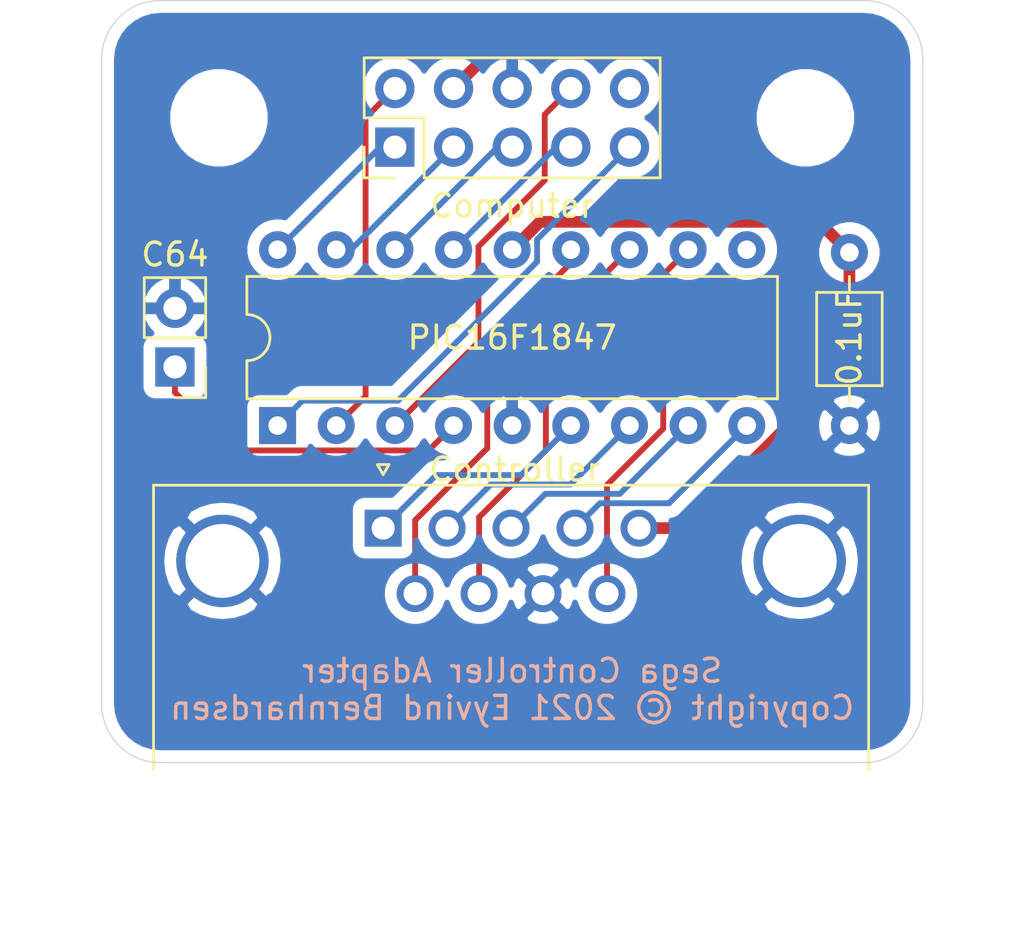
<source format=kicad_pcb>
(kicad_pcb (version 20171130) (host pcbnew "(5.1.9-0-10_14)")

  (general
    (thickness 1.6)
    (drawings 9)
    (tracks 68)
    (zones 0)
    (modules 7)
    (nets 20)
  )

  (page A4)
  (layers
    (0 F.Cu signal)
    (31 B.Cu signal hide)
    (36 B.SilkS user)
    (37 F.SilkS user)
    (38 B.Mask user)
    (39 F.Mask user)
    (41 Cmts.User user)
    (44 Edge.Cuts user)
    (45 Margin user)
    (46 B.CrtYd user)
    (47 F.CrtYd user)
    (49 F.Fab user)
  )

  (setup
    (last_trace_width 0.254)
    (user_trace_width 0.254)
    (user_trace_width 0.508)
    (trace_clearance 0.1524)
    (zone_clearance 0.508)
    (zone_45_only no)
    (trace_min 0.1524)
    (via_size 0.6858)
    (via_drill 0.3302)
    (via_min_size 0.508)
    (via_min_drill 0.254)
    (uvia_size 0.6858)
    (uvia_drill 0.3302)
    (uvias_allowed no)
    (uvia_min_size 0)
    (uvia_min_drill 0)
    (edge_width 0.05)
    (segment_width 0.2)
    (pcb_text_width 0.3)
    (pcb_text_size 1.5 1.5)
    (mod_edge_width 0.12)
    (mod_text_size 1 1)
    (mod_text_width 0.15)
    (pad_size 1.524 1.524)
    (pad_drill 0.762)
    (pad_to_mask_clearance 0.0508)
    (aux_axis_origin 0 0)
    (visible_elements FFFFFF7F)
    (pcbplotparams
      (layerselection 0x010fc_ffffffff)
      (usegerberextensions false)
      (usegerberattributes true)
      (usegerberadvancedattributes true)
      (creategerberjobfile true)
      (excludeedgelayer true)
      (linewidth 0.100000)
      (plotframeref false)
      (viasonmask false)
      (mode 1)
      (useauxorigin false)
      (hpglpennumber 1)
      (hpglpenspeed 20)
      (hpglpendiameter 15.000000)
      (psnegative false)
      (psa4output false)
      (plotreference true)
      (plotvalue true)
      (plotinvisibletext false)
      (padsonsilk false)
      (subtractmaskfromsilk false)
      (outputformat 1)
      (mirror false)
      (drillshape 1)
      (scaleselection 1)
      (outputdirectory ""))
  )

  (net 0 "")
  (net 1 "Net-(J1-Pad1)")
  (net 2 "Net-(J1-Pad2)")
  (net 3 "Net-(J1-Pad3)")
  (net 4 "Net-(J1-Pad4)")
  (net 5 "Net-(J1-Pad6)")
  (net 6 "Net-(J1-Pad7)")
  (net 7 "Net-(J1-Pad9)")
  (net 8 "Net-(J2-Pad1)")
  (net 9 "Net-(J2-Pad2)")
  (net 10 "Net-(J2-Pad3)")
  (net 11 "Net-(J2-Pad5)")
  (net 12 "Net-(J2-Pad9)")
  (net 13 "Net-(U1-Pad10)")
  (net 14 GND)
  (net 15 +5V)
  (net 16 "Net-(JP1-Pad1)")
  (net 17 "Net-(J2-Pad10)")
  (net 18 "Net-(J2-Pad8)")
  (net 19 "Net-(J2-Pad7)")

  (net_class Default "This is the default net class."
    (clearance 0.1524)
    (trace_width 0.1524)
    (via_dia 0.6858)
    (via_drill 0.3302)
    (uvia_dia 0.6858)
    (uvia_drill 0.3302)
    (add_net +5V)
    (add_net GND)
    (add_net "Net-(J1-Pad1)")
    (add_net "Net-(J1-Pad2)")
    (add_net "Net-(J1-Pad3)")
    (add_net "Net-(J1-Pad4)")
    (add_net "Net-(J1-Pad6)")
    (add_net "Net-(J1-Pad7)")
    (add_net "Net-(J1-Pad9)")
    (add_net "Net-(J2-Pad1)")
    (add_net "Net-(J2-Pad10)")
    (add_net "Net-(J2-Pad2)")
    (add_net "Net-(J2-Pad3)")
    (add_net "Net-(J2-Pad5)")
    (add_net "Net-(J2-Pad7)")
    (add_net "Net-(J2-Pad8)")
    (add_net "Net-(J2-Pad9)")
    (add_net "Net-(JP1-Pad1)")
    (add_net "Net-(U1-Pad10)")
  )

  (module MountingHole:MountingHole_3.2mm_M3 (layer F.Cu) (tedit 56D1B4CB) (tstamp 60E47CDE)
    (at 159.385 118.11)
    (descr "Mounting Hole 3.2mm, no annular, M3")
    (tags "mounting hole 3.2mm no annular m3")
    (attr virtual)
    (fp_text reference REF** (at 0 -4.2) (layer Cmts.User)
      (effects (font (size 1 1) (thickness 0.15)))
    )
    (fp_text value MountingHole_3.2mm_M3 (at 0 4.2) (layer F.Fab)
      (effects (font (size 1 1) (thickness 0.15)))
    )
    (fp_circle (center 0 0) (end 3.45 0) (layer F.CrtYd) (width 0.05))
    (fp_circle (center 0 0) (end 3.2 0) (layer Cmts.User) (width 0.15))
    (fp_text user %R (at 0.3 0) (layer F.Fab)
      (effects (font (size 1 1) (thickness 0.15)))
    )
    (pad 1 np_thru_hole circle (at 0 0) (size 3.2 3.2) (drill 3.2) (layers *.Cu *.Mask))
  )

  (module MountingHole:MountingHole_3.2mm_M3 (layer F.Cu) (tedit 56D1B4CB) (tstamp 60E47C9D)
    (at 133.985 118.11)
    (descr "Mounting Hole 3.2mm, no annular, M3")
    (tags "mounting hole 3.2mm no annular m3")
    (attr virtual)
    (fp_text reference REF** (at 0 -4.2) (layer Cmts.User)
      (effects (font (size 1 1) (thickness 0.15)))
    )
    (fp_text value MountingHole_3.2mm_M3 (at 0 4.2) (layer F.Fab)
      (effects (font (size 1 1) (thickness 0.15)))
    )
    (fp_circle (center 0 0) (end 3.2 0) (layer Cmts.User) (width 0.15))
    (fp_circle (center 0 0) (end 3.45 0) (layer F.CrtYd) (width 0.05))
    (fp_text user %R (at 0.3 0) (layer F.Fab)
      (effects (font (size 1 1) (thickness 0.15)))
    )
    (pad 1 np_thru_hole circle (at 0 0) (size 3.2 3.2) (drill 3.2) (layers *.Cu *.Mask))
  )

  (module Connector_PinHeader_2.54mm:PinHeader_2x05_P2.54mm_Vertical (layer F.Cu) (tedit 59FED5CC) (tstamp 60E46BE7)
    (at 141.605 119.38 90)
    (descr "Through hole straight pin header, 2x05, 2.54mm pitch, double rows")
    (tags "Through hole pin header THT 2x05 2.54mm double row")
    (path /60E5DF62)
    (fp_text reference J2 (at 1.27 -2.33 90) (layer Cmts.User)
      (effects (font (size 1 1) (thickness 0.15)))
    )
    (fp_text value Computer (at -2.54 5.08 180) (layer F.SilkS)
      (effects (font (size 1 1) (thickness 0.15)))
    )
    (fp_line (start 4.35 -1.8) (end -1.8 -1.8) (layer F.CrtYd) (width 0.05))
    (fp_line (start 4.35 11.95) (end 4.35 -1.8) (layer F.CrtYd) (width 0.05))
    (fp_line (start -1.8 11.95) (end 4.35 11.95) (layer F.CrtYd) (width 0.05))
    (fp_line (start -1.8 -1.8) (end -1.8 11.95) (layer F.CrtYd) (width 0.05))
    (fp_line (start -1.33 -1.33) (end 0 -1.33) (layer F.SilkS) (width 0.12))
    (fp_line (start -1.33 0) (end -1.33 -1.33) (layer F.SilkS) (width 0.12))
    (fp_line (start 1.27 -1.33) (end 3.87 -1.33) (layer F.SilkS) (width 0.12))
    (fp_line (start 1.27 1.27) (end 1.27 -1.33) (layer F.SilkS) (width 0.12))
    (fp_line (start -1.33 1.27) (end 1.27 1.27) (layer F.SilkS) (width 0.12))
    (fp_line (start 3.87 -1.33) (end 3.87 11.49) (layer F.SilkS) (width 0.12))
    (fp_line (start -1.33 1.27) (end -1.33 11.49) (layer F.SilkS) (width 0.12))
    (fp_line (start -1.33 11.49) (end 3.87 11.49) (layer F.SilkS) (width 0.12))
    (fp_line (start -1.27 0) (end 0 -1.27) (layer F.Fab) (width 0.1))
    (fp_line (start -1.27 11.43) (end -1.27 0) (layer F.Fab) (width 0.1))
    (fp_line (start 3.81 11.43) (end -1.27 11.43) (layer F.Fab) (width 0.1))
    (fp_line (start 3.81 -1.27) (end 3.81 11.43) (layer F.Fab) (width 0.1))
    (fp_line (start 0 -1.27) (end 3.81 -1.27) (layer F.Fab) (width 0.1))
    (fp_text user %R (at 1.27 5.08) (layer F.Fab)
      (effects (font (size 1 1) (thickness 0.15)))
    )
    (pad 10 thru_hole oval (at 2.54 10.16 90) (size 1.7 1.7) (drill 1) (layers *.Cu *.Mask)
      (net 17 "Net-(J2-Pad10)"))
    (pad 9 thru_hole oval (at 0 10.16 90) (size 1.7 1.7) (drill 1) (layers *.Cu *.Mask)
      (net 12 "Net-(J2-Pad9)"))
    (pad 8 thru_hole oval (at 2.54 7.62 90) (size 1.7 1.7) (drill 1) (layers *.Cu *.Mask)
      (net 18 "Net-(J2-Pad8)"))
    (pad 7 thru_hole oval (at 0 7.62 90) (size 1.7 1.7) (drill 1) (layers *.Cu *.Mask)
      (net 19 "Net-(J2-Pad7)"))
    (pad 6 thru_hole oval (at 2.54 5.08 90) (size 1.7 1.7) (drill 1) (layers *.Cu *.Mask)
      (net 14 GND))
    (pad 5 thru_hole oval (at 0 5.08 90) (size 1.7 1.7) (drill 1) (layers *.Cu *.Mask)
      (net 11 "Net-(J2-Pad5)"))
    (pad 4 thru_hole oval (at 2.54 2.54 90) (size 1.7 1.7) (drill 1) (layers *.Cu *.Mask)
      (net 15 +5V))
    (pad 3 thru_hole oval (at 0 2.54 90) (size 1.7 1.7) (drill 1) (layers *.Cu *.Mask)
      (net 10 "Net-(J2-Pad3)"))
    (pad 2 thru_hole oval (at 2.54 0 90) (size 1.7 1.7) (drill 1) (layers *.Cu *.Mask)
      (net 9 "Net-(J2-Pad2)"))
    (pad 1 thru_hole rect (at 0 0 90) (size 1.7 1.7) (drill 1) (layers *.Cu *.Mask)
      (net 8 "Net-(J2-Pad1)"))
    (model ${KISYS3DMOD}/Connector_PinHeader_2.54mm.3dshapes/PinHeader_2x05_P2.54mm_Vertical.wrl
      (at (xyz 0 0 0))
      (scale (xyz 1 1 1))
      (rotate (xyz 0 0 0))
    )
  )

  (module Connector_PinHeader_2.54mm:PinHeader_1x02_P2.54mm_Vertical (layer F.Cu) (tedit 59FED5CC) (tstamp 604FFCD7)
    (at 132.08 128.905 180)
    (descr "Through hole straight pin header, 1x02, 2.54mm pitch, single row")
    (tags "Through hole pin header THT 1x02 2.54mm single row")
    (path /60502D56)
    (fp_text reference JP1 (at 0 -2.33) (layer Cmts.User)
      (effects (font (size 1 1) (thickness 0.15)))
    )
    (fp_text value C64 (at 0 4.87) (layer F.SilkS)
      (effects (font (size 1 1) (thickness 0.15)))
    )
    (fp_line (start 1.8 -1.8) (end -1.8 -1.8) (layer F.CrtYd) (width 0.05))
    (fp_line (start 1.8 4.35) (end 1.8 -1.8) (layer F.CrtYd) (width 0.05))
    (fp_line (start -1.8 4.35) (end 1.8 4.35) (layer F.CrtYd) (width 0.05))
    (fp_line (start -1.8 -1.8) (end -1.8 4.35) (layer F.CrtYd) (width 0.05))
    (fp_line (start -1.33 -1.33) (end 0 -1.33) (layer F.SilkS) (width 0.12))
    (fp_line (start -1.33 0) (end -1.33 -1.33) (layer F.SilkS) (width 0.12))
    (fp_line (start -1.33 1.27) (end 1.33 1.27) (layer F.SilkS) (width 0.12))
    (fp_line (start 1.33 1.27) (end 1.33 3.87) (layer F.SilkS) (width 0.12))
    (fp_line (start -1.33 1.27) (end -1.33 3.87) (layer F.SilkS) (width 0.12))
    (fp_line (start -1.33 3.87) (end 1.33 3.87) (layer F.SilkS) (width 0.12))
    (fp_line (start -1.27 -0.635) (end -0.635 -1.27) (layer F.Fab) (width 0.1))
    (fp_line (start -1.27 3.81) (end -1.27 -0.635) (layer F.Fab) (width 0.1))
    (fp_line (start 1.27 3.81) (end -1.27 3.81) (layer F.Fab) (width 0.1))
    (fp_line (start 1.27 -1.27) (end 1.27 3.81) (layer F.Fab) (width 0.1))
    (fp_line (start -0.635 -1.27) (end 1.27 -1.27) (layer F.Fab) (width 0.1))
    (fp_text user %R (at 0 1.27 90) (layer F.Fab)
      (effects (font (size 1 1) (thickness 0.15)))
    )
    (pad 1 thru_hole rect (at 0 0 180) (size 1.7 1.7) (drill 1) (layers *.Cu *.Mask)
      (net 16 "Net-(JP1-Pad1)"))
    (pad 2 thru_hole oval (at 0 2.54 180) (size 1.7 1.7) (drill 1) (layers *.Cu *.Mask)
      (net 14 GND))
    (model ${KISYS3DMOD}/Connector_PinHeader_2.54mm.3dshapes/PinHeader_1x02_P2.54mm_Vertical.wrl
      (at (xyz 0 0 0))
      (scale (xyz 1 1 1))
      (rotate (xyz 0 0 0))
    )
  )

  (module Package_DIP:DIP-18_W7.62mm (layer F.Cu) (tedit 5A02E8C5) (tstamp 601EC46C)
    (at 136.525 131.445 90)
    (descr "18-lead though-hole mounted DIP package, row spacing 7.62 mm (300 mils)")
    (tags "THT DIP DIL PDIP 2.54mm 7.62mm 300mil")
    (path /601EB7C3)
    (fp_text reference U1 (at 3.81 -2.33 90) (layer Cmts.User)
      (effects (font (size 1 1) (thickness 0.15)))
    )
    (fp_text value PIC16F1847 (at 3.81 10.16 180) (layer F.SilkS)
      (effects (font (size 1 1) (thickness 0.15)))
    )
    (fp_line (start 8.7 -1.55) (end -1.1 -1.55) (layer F.CrtYd) (width 0.05))
    (fp_line (start 8.7 21.85) (end 8.7 -1.55) (layer F.CrtYd) (width 0.05))
    (fp_line (start -1.1 21.85) (end 8.7 21.85) (layer F.CrtYd) (width 0.05))
    (fp_line (start -1.1 -1.55) (end -1.1 21.85) (layer F.CrtYd) (width 0.05))
    (fp_line (start 6.46 -1.33) (end 4.81 -1.33) (layer F.SilkS) (width 0.12))
    (fp_line (start 6.46 21.65) (end 6.46 -1.33) (layer F.SilkS) (width 0.12))
    (fp_line (start 1.16 21.65) (end 6.46 21.65) (layer F.SilkS) (width 0.12))
    (fp_line (start 1.16 -1.33) (end 1.16 21.65) (layer F.SilkS) (width 0.12))
    (fp_line (start 2.81 -1.33) (end 1.16 -1.33) (layer F.SilkS) (width 0.12))
    (fp_line (start 0.635 -0.27) (end 1.635 -1.27) (layer F.Fab) (width 0.1))
    (fp_line (start 0.635 21.59) (end 0.635 -0.27) (layer F.Fab) (width 0.1))
    (fp_line (start 6.985 21.59) (end 0.635 21.59) (layer F.Fab) (width 0.1))
    (fp_line (start 6.985 -1.27) (end 6.985 21.59) (layer F.Fab) (width 0.1))
    (fp_line (start 1.635 -1.27) (end 6.985 -1.27) (layer F.Fab) (width 0.1))
    (fp_arc (start 3.81 -1.33) (end 2.81 -1.33) (angle -180) (layer F.SilkS) (width 0.12))
    (fp_text user %R (at 3.81 20.32 90) (layer F.Fab)
      (effects (font (size 1 1) (thickness 0.15)))
    )
    (pad 1 thru_hole rect (at 0 0 90) (size 1.6 1.6) (drill 0.8) (layers *.Cu *.Mask)
      (net 12 "Net-(J2-Pad9)"))
    (pad 10 thru_hole oval (at 7.62 20.32 90) (size 1.6 1.6) (drill 0.8) (layers *.Cu *.Mask)
      (net 13 "Net-(U1-Pad10)"))
    (pad 2 thru_hole oval (at 0 2.54 90) (size 1.6 1.6) (drill 0.8) (layers *.Cu *.Mask)
      (net 9 "Net-(J2-Pad2)"))
    (pad 11 thru_hole oval (at 7.62 17.78 90) (size 1.6 1.6) (drill 0.8) (layers *.Cu *.Mask)
      (net 7 "Net-(J1-Pad9)"))
    (pad 3 thru_hole oval (at 0 5.08 90) (size 1.6 1.6) (drill 0.8) (layers *.Cu *.Mask)
      (net 18 "Net-(J2-Pad8)"))
    (pad 12 thru_hole oval (at 7.62 15.24 90) (size 1.6 1.6) (drill 0.8) (layers *.Cu *.Mask)
      (net 6 "Net-(J1-Pad7)"))
    (pad 4 thru_hole oval (at 0 7.62 90) (size 1.6 1.6) (drill 0.8) (layers *.Cu *.Mask)
      (net 16 "Net-(JP1-Pad1)"))
    (pad 13 thru_hole oval (at 7.62 12.7 90) (size 1.6 1.6) (drill 0.8) (layers *.Cu *.Mask)
      (net 5 "Net-(J1-Pad6)"))
    (pad 5 thru_hole oval (at 0 10.16 90) (size 1.6 1.6) (drill 0.8) (layers *.Cu *.Mask)
      (net 14 GND))
    (pad 14 thru_hole oval (at 7.62 10.16 90) (size 1.6 1.6) (drill 0.8) (layers *.Cu *.Mask)
      (net 15 +5V))
    (pad 6 thru_hole oval (at 0 12.7 90) (size 1.6 1.6) (drill 0.8) (layers *.Cu *.Mask)
      (net 1 "Net-(J1-Pad1)"))
    (pad 15 thru_hole oval (at 7.62 7.62 90) (size 1.6 1.6) (drill 0.8) (layers *.Cu *.Mask)
      (net 19 "Net-(J2-Pad7)"))
    (pad 7 thru_hole oval (at 0 15.24 90) (size 1.6 1.6) (drill 0.8) (layers *.Cu *.Mask)
      (net 2 "Net-(J1-Pad2)"))
    (pad 16 thru_hole oval (at 7.62 5.08 90) (size 1.6 1.6) (drill 0.8) (layers *.Cu *.Mask)
      (net 11 "Net-(J2-Pad5)"))
    (pad 8 thru_hole oval (at 0 17.78 90) (size 1.6 1.6) (drill 0.8) (layers *.Cu *.Mask)
      (net 3 "Net-(J1-Pad3)"))
    (pad 17 thru_hole oval (at 7.62 2.54 90) (size 1.6 1.6) (drill 0.8) (layers *.Cu *.Mask)
      (net 10 "Net-(J2-Pad3)"))
    (pad 9 thru_hole oval (at 0 20.32 90) (size 1.6 1.6) (drill 0.8) (layers *.Cu *.Mask)
      (net 4 "Net-(J1-Pad4)"))
    (pad 18 thru_hole oval (at 7.62 0 90) (size 1.6 1.6) (drill 0.8) (layers *.Cu *.Mask)
      (net 8 "Net-(J2-Pad1)"))
    (model ${KISYS3DMOD}/Package_DIP.3dshapes/DIP-18_W7.62mm.wrl
      (at (xyz 0 0 0))
      (scale (xyz 1 1 1))
      (rotate (xyz 0 0 0))
    )
  )

  (module Connector_Dsub:DSUB-9_Male_Horizontal_P2.77x2.84mm_EdgePinOffset7.70mm_Housed_MountingHolesOffset9.12mm (layer F.Cu) (tedit 59FEDEE2) (tstamp 601EC3D9)
    (at 141.097 135.89)
    (descr "9-pin D-Sub connector, horizontal/angled (90 deg), THT-mount, male, pitch 2.77x2.84mm, pin-PCB-offset 7.699999999999999mm, distance of mounting holes 25mm, distance of mounting holes to PCB edge 9.12mm, see https://disti-assets.s3.amazonaws.com/tonar/files/datasheets/16730.pdf")
    (tags "9-pin D-Sub connector horizontal angled 90deg THT male pitch 2.77x2.84mm pin-PCB-offset 7.699999999999999mm mounting-holes-distance 25mm mounting-hole-offset 25mm")
    (path /601EDA30)
    (fp_text reference J1 (at 5.54 -2.8) (layer Cmts.User)
      (effects (font (size 1 1) (thickness 0.15)))
    )
    (fp_text value Controller (at 5.715 -2.54) (layer F.SilkS)
      (effects (font (size 1 1) (thickness 0.15)))
    )
    (fp_line (start -9.885 -1.8) (end -9.885 10.54) (layer F.Fab) (width 0.1))
    (fp_line (start -9.885 10.54) (end 20.965 10.54) (layer F.Fab) (width 0.1))
    (fp_line (start 20.965 10.54) (end 20.965 -1.8) (layer F.Fab) (width 0.1))
    (fp_line (start 20.965 -1.8) (end -9.885 -1.8) (layer F.Fab) (width 0.1))
    (fp_line (start -9.885 10.54) (end -9.885 10.94) (layer F.Fab) (width 0.1))
    (fp_line (start -9.885 10.94) (end 20.965 10.94) (layer F.Fab) (width 0.1))
    (fp_line (start 20.965 10.94) (end 20.965 10.54) (layer F.Fab) (width 0.1))
    (fp_line (start 20.965 10.54) (end -9.885 10.54) (layer F.Fab) (width 0.1))
    (fp_line (start -2.61 10.94) (end -2.61 16.94) (layer F.Fab) (width 0.1))
    (fp_line (start -2.61 16.94) (end 13.69 16.94) (layer F.Fab) (width 0.1))
    (fp_line (start 13.69 16.94) (end 13.69 10.94) (layer F.Fab) (width 0.1))
    (fp_line (start 13.69 10.94) (end -2.61 10.94) (layer F.Fab) (width 0.1))
    (fp_line (start -9.46 10.94) (end -9.46 15.94) (layer F.Fab) (width 0.1))
    (fp_line (start -9.46 15.94) (end -4.46 15.94) (layer F.Fab) (width 0.1))
    (fp_line (start -4.46 15.94) (end -4.46 10.94) (layer F.Fab) (width 0.1))
    (fp_line (start -4.46 10.94) (end -9.46 10.94) (layer F.Fab) (width 0.1))
    (fp_line (start 15.54 10.94) (end 15.54 15.94) (layer F.Fab) (width 0.1))
    (fp_line (start 15.54 15.94) (end 20.54 15.94) (layer F.Fab) (width 0.1))
    (fp_line (start 20.54 15.94) (end 20.54 10.94) (layer F.Fab) (width 0.1))
    (fp_line (start 20.54 10.94) (end 15.54 10.94) (layer F.Fab) (width 0.1))
    (fp_line (start -8.56 10.54) (end -8.56 1.42) (layer F.Fab) (width 0.1))
    (fp_line (start -5.36 10.54) (end -5.36 1.42) (layer F.Fab) (width 0.1))
    (fp_line (start 16.44 10.54) (end 16.44 1.42) (layer F.Fab) (width 0.1))
    (fp_line (start 19.64 10.54) (end 19.64 1.42) (layer F.Fab) (width 0.1))
    (fp_line (start -9.945 10.48) (end -9.945 -1.86) (layer F.SilkS) (width 0.12))
    (fp_line (start -9.945 -1.86) (end 21.025 -1.86) (layer F.SilkS) (width 0.12))
    (fp_line (start 21.025 -1.86) (end 21.025 10.48) (layer F.SilkS) (width 0.12))
    (fp_line (start -0.25 -2.754338) (end 0.25 -2.754338) (layer F.SilkS) (width 0.12))
    (fp_line (start 0.25 -2.754338) (end 0 -2.321325) (layer F.SilkS) (width 0.12))
    (fp_line (start 0 -2.321325) (end -0.25 -2.754338) (layer F.SilkS) (width 0.12))
    (fp_line (start -10.4 -2.35) (end -10.4 17.45) (layer F.CrtYd) (width 0.05))
    (fp_line (start -10.4 17.45) (end 21.5 17.45) (layer F.CrtYd) (width 0.05))
    (fp_line (start 21.5 17.45) (end 21.5 -2.35) (layer F.CrtYd) (width 0.05))
    (fp_line (start 21.5 -2.35) (end -10.4 -2.35) (layer F.CrtYd) (width 0.05))
    (fp_arc (start -6.96 1.42) (end -8.56 1.42) (angle 180) (layer F.Fab) (width 0.1))
    (fp_arc (start 18.04 1.42) (end 16.44 1.42) (angle 180) (layer F.Fab) (width 0.1))
    (fp_text user %R (at 5.54 13.94) (layer F.Fab)
      (effects (font (size 1 1) (thickness 0.15)))
    )
    (pad 1 thru_hole rect (at 0 0) (size 1.6 1.6) (drill 1) (layers *.Cu *.Mask)
      (net 1 "Net-(J1-Pad1)"))
    (pad 2 thru_hole circle (at 2.77 0) (size 1.6 1.6) (drill 1) (layers *.Cu *.Mask)
      (net 2 "Net-(J1-Pad2)"))
    (pad 3 thru_hole circle (at 5.54 0) (size 1.6 1.6) (drill 1) (layers *.Cu *.Mask)
      (net 3 "Net-(J1-Pad3)"))
    (pad 4 thru_hole circle (at 8.31 0) (size 1.6 1.6) (drill 1) (layers *.Cu *.Mask)
      (net 4 "Net-(J1-Pad4)"))
    (pad 5 thru_hole circle (at 11.08 0) (size 1.6 1.6) (drill 1) (layers *.Cu *.Mask)
      (net 15 +5V))
    (pad 6 thru_hole circle (at 1.385 2.84) (size 1.6 1.6) (drill 1) (layers *.Cu *.Mask)
      (net 5 "Net-(J1-Pad6)"))
    (pad 7 thru_hole circle (at 4.155 2.84) (size 1.6 1.6) (drill 1) (layers *.Cu *.Mask)
      (net 6 "Net-(J1-Pad7)"))
    (pad 8 thru_hole circle (at 6.925 2.84) (size 1.6 1.6) (drill 1) (layers *.Cu *.Mask)
      (net 14 GND))
    (pad 9 thru_hole circle (at 9.695 2.84) (size 1.6 1.6) (drill 1) (layers *.Cu *.Mask)
      (net 7 "Net-(J1-Pad9)"))
    (pad 0 thru_hole circle (at -6.96 1.42) (size 4 4) (drill 3.2) (layers *.Cu *.Mask)
      (net 14 GND))
    (pad 0 thru_hole circle (at 18.04 1.42) (size 4 4) (drill 3.2) (layers *.Cu *.Mask)
      (net 14 GND))
    (model ${KISYS3DMOD}/Connector_Dsub.3dshapes/DSUB-9_Male_Horizontal_P2.77x2.84mm_EdgePinOffset7.70mm_Housed_MountingHolesOffset9.12mm.wrl
      (at (xyz 0 0 0))
      (scale (xyz 1 1 1))
      (rotate (xyz 0 0 0))
    )
  )

  (module Capacitor_THT:C_Axial_L3.8mm_D2.6mm_P7.50mm_Horizontal (layer F.Cu) (tedit 5AE50EF0) (tstamp 601ECBE7)
    (at 161.29 131.445 90)
    (descr "C, Axial series, Axial, Horizontal, pin pitch=7.5mm, , length*diameter=3.8*2.6mm^2, http://www.vishay.com/docs/45231/arseries.pdf")
    (tags "C Axial series Axial Horizontal pin pitch 7.5mm  length 3.8mm diameter 2.6mm")
    (path /601532C7)
    (fp_text reference C1 (at 3.75 -2.42 90) (layer Cmts.User)
      (effects (font (size 1 1) (thickness 0.15)))
    )
    (fp_text value 0.1uF (at 3.81 0 90) (layer F.SilkS)
      (effects (font (size 1 1) (thickness 0.15)))
    )
    (fp_line (start 8.55 -1.55) (end -1.05 -1.55) (layer F.CrtYd) (width 0.05))
    (fp_line (start 8.55 1.55) (end 8.55 -1.55) (layer F.CrtYd) (width 0.05))
    (fp_line (start -1.05 1.55) (end 8.55 1.55) (layer F.CrtYd) (width 0.05))
    (fp_line (start -1.05 -1.55) (end -1.05 1.55) (layer F.CrtYd) (width 0.05))
    (fp_line (start 6.46 0) (end 5.77 0) (layer F.SilkS) (width 0.12))
    (fp_line (start 1.04 0) (end 1.73 0) (layer F.SilkS) (width 0.12))
    (fp_line (start 5.77 -1.42) (end 1.73 -1.42) (layer F.SilkS) (width 0.12))
    (fp_line (start 5.77 1.42) (end 5.77 -1.42) (layer F.SilkS) (width 0.12))
    (fp_line (start 1.73 1.42) (end 5.77 1.42) (layer F.SilkS) (width 0.12))
    (fp_line (start 1.73 -1.42) (end 1.73 1.42) (layer F.SilkS) (width 0.12))
    (fp_line (start 7.5 0) (end 5.65 0) (layer F.Fab) (width 0.1))
    (fp_line (start 0 0) (end 1.85 0) (layer F.Fab) (width 0.1))
    (fp_line (start 5.65 -1.3) (end 1.85 -1.3) (layer F.Fab) (width 0.1))
    (fp_line (start 5.65 1.3) (end 5.65 -1.3) (layer F.Fab) (width 0.1))
    (fp_line (start 1.85 1.3) (end 5.65 1.3) (layer F.Fab) (width 0.1))
    (fp_line (start 1.85 -1.3) (end 1.85 1.3) (layer F.Fab) (width 0.1))
    (fp_text user %R (at 3.75 0) (layer F.Fab)
      (effects (font (size 0.76 0.76) (thickness 0.114)))
    )
    (pad 1 thru_hole circle (at 0 0 90) (size 1.6 1.6) (drill 0.8) (layers *.Cu *.Mask)
      (net 14 GND))
    (pad 2 thru_hole oval (at 7.5 0 90) (size 1.6 1.6) (drill 0.8) (layers *.Cu *.Mask)
      (net 15 +5V))
    (model ${KISYS3DMOD}/Capacitor_THT.3dshapes/C_Axial_L3.8mm_D2.6mm_P7.50mm_Horizontal.wrl
      (at (xyz 0 0 0))
      (scale (xyz 1 1 1))
      (rotate (xyz 0 0 0))
    )
  )

  (gr_text "Sega Controller Adapter\nCopyright © 2021 Eyvind Bernhardsen" (at 146.685 142.875) (layer B.SilkS)
    (effects (font (size 1 1) (thickness 0.15)) (justify mirror))
  )
  (gr_line (start 128.905 143.51) (end 128.905 115.57) (layer Edge.Cuts) (width 0.05) (tstamp 60E496B8))
  (gr_line (start 161.925 146.05) (end 131.445 146.05) (layer Edge.Cuts) (width 0.05) (tstamp 60E496B7))
  (gr_line (start 164.465 115.57) (end 164.465 143.51) (layer Edge.Cuts) (width 0.05) (tstamp 60E496B6))
  (gr_line (start 131.445 113.03) (end 161.925 113.03) (layer Edge.Cuts) (width 0.05) (tstamp 60E496B5))
  (gr_arc (start 131.445 143.51) (end 128.905 143.51) (angle -90) (layer Edge.Cuts) (width 0.05))
  (gr_arc (start 161.925 143.51) (end 161.925 146.05) (angle -90) (layer Edge.Cuts) (width 0.05))
  (gr_arc (start 161.925 115.57) (end 164.465 115.57) (angle -90) (layer Edge.Cuts) (width 0.05))
  (gr_arc (start 131.445 115.57) (end 131.445 113.03) (angle -90) (layer Edge.Cuts) (width 0.05))

  (segment (start 143.395631 133.591369) (end 141.097 135.89) (width 0.254) (layer B.Cu) (net 1))
  (segment (start 147.078631 133.591369) (end 143.395631 133.591369) (width 0.254) (layer B.Cu) (net 1))
  (segment (start 149.225 131.445) (end 147.078631 133.591369) (width 0.254) (layer B.Cu) (net 1))
  (segment (start 149.212221 133.997779) (end 145.759221 133.997779) (width 0.254) (layer B.Cu) (net 2))
  (segment (start 145.759221 133.997779) (end 143.867 135.89) (width 0.254) (layer B.Cu) (net 2))
  (segment (start 151.765 131.445) (end 149.212221 133.997779) (width 0.254) (layer B.Cu) (net 2))
  (segment (start 148.122811 134.404189) (end 146.637 135.89) (width 0.254) (layer B.Cu) (net 3))
  (segment (start 151.345811 134.404189) (end 148.122811 134.404189) (width 0.254) (layer B.Cu) (net 3))
  (segment (start 154.305 131.445) (end 151.345811 134.404189) (width 0.254) (layer B.Cu) (net 3))
  (segment (start 150.486401 134.810599) (end 149.407 135.89) (width 0.254) (layer B.Cu) (net 4))
  (segment (start 153.479401 134.810599) (end 150.486401 134.810599) (width 0.254) (layer B.Cu) (net 4))
  (segment (start 156.845 131.445) (end 153.479401 134.810599) (width 0.254) (layer B.Cu) (net 4))
  (segment (start 149.225 124.39975) (end 149.225 123.825) (width 0.254) (layer F.Cu) (net 5))
  (segment (start 145.605599 128.019151) (end 149.225 124.39975) (width 0.254) (layer F.Cu) (net 5))
  (segment (start 145.605599 132.426887) (end 145.605599 128.019151) (width 0.254) (layer F.Cu) (net 5))
  (segment (start 142.482 135.550486) (end 142.482 138.73) (width 0.254) (layer F.Cu) (net 5))
  (segment (start 145.605599 132.426887) (end 142.482 135.550486) (width 0.254) (layer F.Cu) (net 5))
  (segment (start 145.252 135.418) (end 145.252 138.73) (width 0.254) (layer F.Cu) (net 6))
  (segment (start 148.145599 132.524401) (end 145.252 135.418) (width 0.254) (layer F.Cu) (net 6))
  (segment (start 148.145599 127.444401) (end 148.145599 132.524401) (width 0.254) (layer F.Cu) (net 6))
  (segment (start 151.765 123.825) (end 148.145599 127.444401) (width 0.254) (layer F.Cu) (net 6))
  (segment (start 153.225599 131.581915) (end 153.225599 124.904401) (width 0.254) (layer F.Cu) (net 7))
  (segment (start 153.225599 124.904401) (end 154.305 123.825) (width 0.254) (layer F.Cu) (net 7))
  (segment (start 151.097599 138.424401) (end 150.792 138.73) (width 0.254) (layer F.Cu) (net 7))
  (segment (start 150.792 134.015514) (end 153.225599 131.581915) (width 0.254) (layer F.Cu) (net 7))
  (segment (start 150.792 138.73) (end 150.792 134.015514) (width 0.254) (layer F.Cu) (net 7))
  (segment (start 140.97 119.38) (end 141.605 119.38) (width 0.254) (layer B.Cu) (net 8))
  (segment (start 136.525 123.825) (end 140.97 119.38) (width 0.254) (layer B.Cu) (net 8))
  (segment (start 140.335 118.11) (end 141.605 116.84) (width 0.254) (layer F.Cu) (net 9))
  (segment (start 140.335 130.175) (end 140.335 118.11) (width 0.254) (layer F.Cu) (net 9))
  (segment (start 139.065 131.445) (end 140.335 130.175) (width 0.254) (layer F.Cu) (net 9))
  (segment (start 143.51 119.38) (end 143.74 119.38) (width 0.254) (layer F.Cu) (net 10))
  (segment (start 139.295 123.825) (end 139.065 123.825) (width 0.254) (layer B.Cu) (net 10))
  (segment (start 143.5537 119.38) (end 144.145 119.38) (width 0.254) (layer B.Cu) (net 10))
  (segment (start 139.065 123.825) (end 139.1087 123.825) (width 0.254) (layer B.Cu) (net 10))
  (segment (start 139.7 123.825) (end 144.145 119.38) (width 0.254) (layer B.Cu) (net 10))
  (segment (start 139.065 123.825) (end 139.7 123.825) (width 0.254) (layer B.Cu) (net 10))
  (segment (start 146.05 119.38) (end 146.51 119.38) (width 0.254) (layer F.Cu) (net 11))
  (segment (start 142.065 123.825) (end 141.605 123.825) (width 0.254) (layer B.Cu) (net 11))
  (segment (start 146.05 119.38) (end 146.685 119.38) (width 0.254) (layer B.Cu) (net 11))
  (segment (start 141.605 123.825) (end 146.05 119.38) (width 0.254) (layer B.Cu) (net 11))
  (segment (start 147.764401 124.343113) (end 147.764401 123.380599) (width 0.254) (layer B.Cu) (net 12))
  (segment (start 141.741915 130.365599) (end 147.764401 124.343113) (width 0.254) (layer B.Cu) (net 12))
  (segment (start 137.604401 130.365599) (end 141.741915 130.365599) (width 0.254) (layer B.Cu) (net 12))
  (segment (start 136.525 131.445) (end 137.604401 130.365599) (width 0.254) (layer B.Cu) (net 12))
  (segment (start 147.764401 123.380599) (end 151.765 119.38) (width 0.254) (layer B.Cu) (net 12))
  (segment (start 161.29 128.785474) (end 161.29 123.945) (width 0.508) (layer F.Cu) (net 15))
  (segment (start 154.185474 135.89) (end 161.29 128.785474) (width 0.508) (layer F.Cu) (net 15))
  (segment (start 147.891401 122.618599) (end 146.685 123.825) (width 0.508) (layer F.Cu) (net 15))
  (segment (start 159.963599 122.618599) (end 147.891401 122.618599) (width 0.508) (layer F.Cu) (net 15))
  (segment (start 161.29 123.945) (end 159.963599 122.618599) (width 0.508) (layer F.Cu) (net 15))
  (segment (start 145.651401 115.333599) (end 144.145 116.84) (width 0.508) (layer F.Cu) (net 15))
  (segment (start 152.678599 115.333599) (end 145.651401 115.333599) (width 0.508) (layer F.Cu) (net 15))
  (segment (start 161.29 123.945) (end 152.678599 115.333599) (width 0.508) (layer F.Cu) (net 15))
  (segment (start 154.185474 135.89) (end 152.177 135.89) (width 0.508) (layer F.Cu) (net 15))
  (segment (start 132.08 130.009) (end 132.08 128.905) (width 0.254) (layer F.Cu) (net 16))
  (segment (start 134.595401 132.524401) (end 132.08 130.009) (width 0.254) (layer F.Cu) (net 16))
  (segment (start 143.065599 132.524401) (end 134.595401 132.524401) (width 0.254) (layer F.Cu) (net 16))
  (segment (start 144.145 131.445) (end 143.065599 132.524401) (width 0.254) (layer F.Cu) (net 16))
  (segment (start 145.224401 123.688085) (end 145.224401 127.825599) (width 0.254) (layer F.Cu) (net 18))
  (segment (start 145.224401 127.825599) (end 141.605 131.445) (width 0.254) (layer F.Cu) (net 18))
  (segment (start 148.095599 117.969401) (end 149.225 116.84) (width 0.254) (layer F.Cu) (net 18))
  (segment (start 148.095599 120.816887) (end 148.095599 117.969401) (width 0.254) (layer F.Cu) (net 18))
  (segment (start 145.224401 123.688085) (end 148.095599 120.816887) (width 0.254) (layer F.Cu) (net 18))
  (segment (start 148.59 119.38) (end 149.28 119.38) (width 0.254) (layer F.Cu) (net 19))
  (segment (start 144.835 123.825) (end 144.145 123.825) (width 0.254) (layer B.Cu) (net 19))
  (segment (start 148.59 119.38) (end 149.225 119.38) (width 0.254) (layer B.Cu) (net 19))
  (segment (start 144.145 123.825) (end 148.59 119.38) (width 0.254) (layer B.Cu) (net 19))

  (zone (net 14) (net_name GND) (layer B.Cu) (tstamp 0) (hatch edge 0.508)
    (connect_pads (clearance 0.508))
    (min_thickness 0.254)
    (fill yes (arc_segments 32) (thermal_gap 0.508) (thermal_bridge_width 0.508))
    (polygon
      (pts
        (xy 164.465 146.05) (xy 128.905 146.05) (xy 128.905 113.03) (xy 164.465 113.03)
      )
    )
    (filled_polygon
      (pts
        (xy 162.289545 113.728909) (xy 162.640208 113.83478) (xy 162.963625 114.006744) (xy 163.247484 114.238254) (xy 163.480965 114.520486)
        (xy 163.655183 114.842695) (xy 163.763502 115.192614) (xy 163.805 115.587443) (xy 163.805001 143.477711) (xy 163.766091 143.874545)
        (xy 163.66022 144.225206) (xy 163.488257 144.548623) (xy 163.256748 144.832482) (xy 162.974514 145.065965) (xy 162.652304 145.240184)
        (xy 162.302385 145.348502) (xy 161.907557 145.39) (xy 131.477279 145.39) (xy 131.080455 145.351091) (xy 130.729794 145.24522)
        (xy 130.406377 145.073257) (xy 130.122518 144.841748) (xy 129.889035 144.559514) (xy 129.714816 144.237304) (xy 129.606498 143.887385)
        (xy 129.565 143.492557) (xy 129.565 139.157499) (xy 132.469106 139.157499) (xy 132.685228 139.524258) (xy 133.145105 139.764938)
        (xy 133.643098 139.911275) (xy 134.160071 139.957648) (xy 134.676159 139.902273) (xy 135.171526 139.747279) (xy 135.588772 139.524258)
        (xy 135.804894 139.157499) (xy 134.137 137.489605) (xy 132.469106 139.157499) (xy 129.565 139.157499) (xy 129.565 137.333071)
        (xy 131.489352 137.333071) (xy 131.544727 137.849159) (xy 131.699721 138.344526) (xy 131.922742 138.761772) (xy 132.289501 138.977894)
        (xy 133.957395 137.31) (xy 134.316605 137.31) (xy 135.984499 138.977894) (xy 136.351258 138.761772) (xy 136.441854 138.588665)
        (xy 141.047 138.588665) (xy 141.047 138.871335) (xy 141.102147 139.148574) (xy 141.21032 139.409727) (xy 141.367363 139.644759)
        (xy 141.567241 139.844637) (xy 141.802273 140.00168) (xy 142.063426 140.109853) (xy 142.340665 140.165) (xy 142.623335 140.165)
        (xy 142.900574 140.109853) (xy 143.161727 140.00168) (xy 143.396759 139.844637) (xy 143.596637 139.644759) (xy 143.75368 139.409727)
        (xy 143.861853 139.148574) (xy 143.867 139.122699) (xy 143.872147 139.148574) (xy 143.98032 139.409727) (xy 144.137363 139.644759)
        (xy 144.337241 139.844637) (xy 144.572273 140.00168) (xy 144.833426 140.109853) (xy 145.110665 140.165) (xy 145.393335 140.165)
        (xy 145.670574 140.109853) (xy 145.931727 140.00168) (xy 146.166759 139.844637) (xy 146.288694 139.722702) (xy 147.208903 139.722702)
        (xy 147.280486 139.966671) (xy 147.535996 140.087571) (xy 147.810184 140.1563) (xy 148.092512 140.170217) (xy 148.37213 140.128787)
        (xy 148.638292 140.033603) (xy 148.763514 139.966671) (xy 148.835097 139.722702) (xy 148.022 138.909605) (xy 147.208903 139.722702)
        (xy 146.288694 139.722702) (xy 146.366637 139.644759) (xy 146.52368 139.409727) (xy 146.631853 139.148574) (xy 146.637513 139.120118)
        (xy 146.718397 139.346292) (xy 146.785329 139.471514) (xy 147.029298 139.543097) (xy 147.842395 138.73) (xy 148.201605 138.73)
        (xy 149.014702 139.543097) (xy 149.258671 139.471514) (xy 149.379571 139.216004) (xy 149.405212 139.113711) (xy 149.412147 139.148574)
        (xy 149.52032 139.409727) (xy 149.677363 139.644759) (xy 149.877241 139.844637) (xy 150.112273 140.00168) (xy 150.373426 140.109853)
        (xy 150.650665 140.165) (xy 150.933335 140.165) (xy 151.210574 140.109853) (xy 151.471727 140.00168) (xy 151.706759 139.844637)
        (xy 151.906637 139.644759) (xy 152.06368 139.409727) (xy 152.168156 139.157499) (xy 157.469106 139.157499) (xy 157.685228 139.524258)
        (xy 158.145105 139.764938) (xy 158.643098 139.911275) (xy 159.160071 139.957648) (xy 159.676159 139.902273) (xy 160.171526 139.747279)
        (xy 160.588772 139.524258) (xy 160.804894 139.157499) (xy 159.137 137.489605) (xy 157.469106 139.157499) (xy 152.168156 139.157499)
        (xy 152.171853 139.148574) (xy 152.227 138.871335) (xy 152.227 138.588665) (xy 152.171853 138.311426) (xy 152.06368 138.050273)
        (xy 151.906637 137.815241) (xy 151.706759 137.615363) (xy 151.471727 137.45832) (xy 151.210574 137.350147) (xy 151.124729 137.333071)
        (xy 156.489352 137.333071) (xy 156.544727 137.849159) (xy 156.699721 138.344526) (xy 156.922742 138.761772) (xy 157.289501 138.977894)
        (xy 158.957395 137.31) (xy 159.316605 137.31) (xy 160.984499 138.977894) (xy 161.351258 138.761772) (xy 161.591938 138.301895)
        (xy 161.738275 137.803902) (xy 161.784648 137.286929) (xy 161.729273 136.770841) (xy 161.574279 136.275474) (xy 161.351258 135.858228)
        (xy 160.984499 135.642106) (xy 159.316605 137.31) (xy 158.957395 137.31) (xy 157.289501 135.642106) (xy 156.922742 135.858228)
        (xy 156.682062 136.318105) (xy 156.535725 136.816098) (xy 156.489352 137.333071) (xy 151.124729 137.333071) (xy 150.933335 137.295)
        (xy 150.650665 137.295) (xy 150.373426 137.350147) (xy 150.112273 137.45832) (xy 149.877241 137.615363) (xy 149.677363 137.815241)
        (xy 149.52032 138.050273) (xy 149.412147 138.311426) (xy 149.406487 138.339882) (xy 149.325603 138.113708) (xy 149.258671 137.988486)
        (xy 149.014702 137.916903) (xy 148.201605 138.73) (xy 147.842395 138.73) (xy 147.029298 137.916903) (xy 146.785329 137.988486)
        (xy 146.664429 138.243996) (xy 146.638788 138.346289) (xy 146.631853 138.311426) (xy 146.52368 138.050273) (xy 146.366637 137.815241)
        (xy 146.288694 137.737298) (xy 147.208903 137.737298) (xy 148.022 138.550395) (xy 148.835097 137.737298) (xy 148.763514 137.493329)
        (xy 148.508004 137.372429) (xy 148.233816 137.3037) (xy 147.951488 137.289783) (xy 147.67187 137.331213) (xy 147.405708 137.426397)
        (xy 147.280486 137.493329) (xy 147.208903 137.737298) (xy 146.288694 137.737298) (xy 146.166759 137.615363) (xy 145.931727 137.45832)
        (xy 145.670574 137.350147) (xy 145.393335 137.295) (xy 145.110665 137.295) (xy 144.833426 137.350147) (xy 144.572273 137.45832)
        (xy 144.337241 137.615363) (xy 144.137363 137.815241) (xy 143.98032 138.050273) (xy 143.872147 138.311426) (xy 143.867 138.337301)
        (xy 143.861853 138.311426) (xy 143.75368 138.050273) (xy 143.596637 137.815241) (xy 143.396759 137.615363) (xy 143.161727 137.45832)
        (xy 142.900574 137.350147) (xy 142.623335 137.295) (xy 142.340665 137.295) (xy 142.063426 137.350147) (xy 141.802273 137.45832)
        (xy 141.567241 137.615363) (xy 141.367363 137.815241) (xy 141.21032 138.050273) (xy 141.102147 138.311426) (xy 141.047 138.588665)
        (xy 136.441854 138.588665) (xy 136.591938 138.301895) (xy 136.738275 137.803902) (xy 136.784648 137.286929) (xy 136.729273 136.770841)
        (xy 136.574279 136.275474) (xy 136.351258 135.858228) (xy 135.984499 135.642106) (xy 134.316605 137.31) (xy 133.957395 137.31)
        (xy 132.289501 135.642106) (xy 131.922742 135.858228) (xy 131.682062 136.318105) (xy 131.535725 136.816098) (xy 131.489352 137.333071)
        (xy 129.565 137.333071) (xy 129.565 135.462501) (xy 132.469106 135.462501) (xy 134.137 137.130395) (xy 135.804894 135.462501)
        (xy 135.588772 135.095742) (xy 135.128895 134.855062) (xy 134.630902 134.708725) (xy 134.113929 134.662352) (xy 133.597841 134.717727)
        (xy 133.102474 134.872721) (xy 132.685228 135.095742) (xy 132.469106 135.462501) (xy 129.565 135.462501) (xy 129.565 130.645)
        (xy 135.086928 130.645) (xy 135.086928 132.245) (xy 135.099188 132.369482) (xy 135.135498 132.48918) (xy 135.194463 132.599494)
        (xy 135.273815 132.696185) (xy 135.370506 132.775537) (xy 135.48082 132.834502) (xy 135.600518 132.870812) (xy 135.725 132.883072)
        (xy 137.325 132.883072) (xy 137.449482 132.870812) (xy 137.56918 132.834502) (xy 137.679494 132.775537) (xy 137.776185 132.696185)
        (xy 137.855537 132.599494) (xy 137.914502 132.48918) (xy 137.950812 132.369482) (xy 137.951643 132.361039) (xy 138.150241 132.559637)
        (xy 138.385273 132.71668) (xy 138.646426 132.824853) (xy 138.923665 132.88) (xy 139.206335 132.88) (xy 139.483574 132.824853)
        (xy 139.744727 132.71668) (xy 139.979759 132.559637) (xy 140.179637 132.359759) (xy 140.335 132.127241) (xy 140.490363 132.359759)
        (xy 140.690241 132.559637) (xy 140.925273 132.71668) (xy 141.186426 132.824853) (xy 141.463665 132.88) (xy 141.746335 132.88)
        (xy 142.023574 132.824853) (xy 142.284727 132.71668) (xy 142.519759 132.559637) (xy 142.719637 132.359759) (xy 142.875 132.127241)
        (xy 143.030363 132.359759) (xy 143.230241 132.559637) (xy 143.465273 132.71668) (xy 143.726426 132.824853) (xy 143.749129 132.829369)
        (xy 143.433053 132.829369) (xy 143.39563 132.825683) (xy 143.358207 132.829369) (xy 143.358205 132.829369) (xy 143.246253 132.840395)
        (xy 143.102616 132.883967) (xy 142.970239 132.954724) (xy 142.854209 133.049947) (xy 142.830352 133.079017) (xy 141.457442 134.451928)
        (xy 140.297 134.451928) (xy 140.172518 134.464188) (xy 140.05282 134.500498) (xy 139.942506 134.559463) (xy 139.845815 134.638815)
        (xy 139.766463 134.735506) (xy 139.707498 134.84582) (xy 139.671188 134.965518) (xy 139.658928 135.09) (xy 139.658928 136.69)
        (xy 139.671188 136.814482) (xy 139.707498 136.93418) (xy 139.766463 137.044494) (xy 139.845815 137.141185) (xy 139.942506 137.220537)
        (xy 140.05282 137.279502) (xy 140.172518 137.315812) (xy 140.297 137.328072) (xy 141.897 137.328072) (xy 142.021482 137.315812)
        (xy 142.14118 137.279502) (xy 142.251494 137.220537) (xy 142.348185 137.141185) (xy 142.427537 137.044494) (xy 142.486502 136.93418)
        (xy 142.522812 136.814482) (xy 142.535072 136.69) (xy 142.535072 136.424275) (xy 142.59532 136.569727) (xy 142.752363 136.804759)
        (xy 142.952241 137.004637) (xy 143.187273 137.16168) (xy 143.448426 137.269853) (xy 143.725665 137.325) (xy 144.008335 137.325)
        (xy 144.285574 137.269853) (xy 144.546727 137.16168) (xy 144.781759 137.004637) (xy 144.981637 136.804759) (xy 145.13868 136.569727)
        (xy 145.246853 136.308574) (xy 145.252 136.282699) (xy 145.257147 136.308574) (xy 145.36532 136.569727) (xy 145.522363 136.804759)
        (xy 145.722241 137.004637) (xy 145.957273 137.16168) (xy 146.218426 137.269853) (xy 146.495665 137.325) (xy 146.778335 137.325)
        (xy 147.055574 137.269853) (xy 147.316727 137.16168) (xy 147.551759 137.004637) (xy 147.751637 136.804759) (xy 147.90868 136.569727)
        (xy 148.016853 136.308574) (xy 148.022 136.282699) (xy 148.027147 136.308574) (xy 148.13532 136.569727) (xy 148.292363 136.804759)
        (xy 148.492241 137.004637) (xy 148.727273 137.16168) (xy 148.988426 137.269853) (xy 149.265665 137.325) (xy 149.548335 137.325)
        (xy 149.825574 137.269853) (xy 150.086727 137.16168) (xy 150.321759 137.004637) (xy 150.521637 136.804759) (xy 150.67868 136.569727)
        (xy 150.786853 136.308574) (xy 150.792 136.282699) (xy 150.797147 136.308574) (xy 150.90532 136.569727) (xy 151.062363 136.804759)
        (xy 151.262241 137.004637) (xy 151.497273 137.16168) (xy 151.758426 137.269853) (xy 152.035665 137.325) (xy 152.318335 137.325)
        (xy 152.595574 137.269853) (xy 152.856727 137.16168) (xy 153.091759 137.004637) (xy 153.291637 136.804759) (xy 153.44868 136.569727)
        (xy 153.556853 136.308574) (xy 153.612 136.031335) (xy 153.612 135.748665) (xy 153.575822 135.566789) (xy 153.628779 135.561573)
        (xy 153.772416 135.518001) (xy 153.876249 135.462501) (xy 157.469106 135.462501) (xy 159.137 137.130395) (xy 160.804894 135.462501)
        (xy 160.588772 135.095742) (xy 160.128895 134.855062) (xy 159.630902 134.708725) (xy 159.113929 134.662352) (xy 158.597841 134.717727)
        (xy 158.102474 134.872721) (xy 157.685228 135.095742) (xy 157.469106 135.462501) (xy 153.876249 135.462501) (xy 153.904793 135.447244)
        (xy 154.020823 135.352021) (xy 154.044685 135.322945) (xy 156.523474 132.844157) (xy 156.703665 132.88) (xy 156.986335 132.88)
        (xy 157.263574 132.824853) (xy 157.524727 132.71668) (xy 157.759759 132.559637) (xy 157.881694 132.437702) (xy 160.476903 132.437702)
        (xy 160.548486 132.681671) (xy 160.803996 132.802571) (xy 161.078184 132.8713) (xy 161.360512 132.885217) (xy 161.64013 132.843787)
        (xy 161.906292 132.748603) (xy 162.031514 132.681671) (xy 162.103097 132.437702) (xy 161.29 131.624605) (xy 160.476903 132.437702)
        (xy 157.881694 132.437702) (xy 157.959637 132.359759) (xy 158.11668 132.124727) (xy 158.224853 131.863574) (xy 158.28 131.586335)
        (xy 158.28 131.515512) (xy 159.849783 131.515512) (xy 159.891213 131.79513) (xy 159.986397 132.061292) (xy 160.053329 132.186514)
        (xy 160.297298 132.258097) (xy 161.110395 131.445) (xy 161.469605 131.445) (xy 162.282702 132.258097) (xy 162.526671 132.186514)
        (xy 162.647571 131.931004) (xy 162.7163 131.656816) (xy 162.730217 131.374488) (xy 162.688787 131.09487) (xy 162.593603 130.828708)
        (xy 162.526671 130.703486) (xy 162.282702 130.631903) (xy 161.469605 131.445) (xy 161.110395 131.445) (xy 160.297298 130.631903)
        (xy 160.053329 130.703486) (xy 159.932429 130.958996) (xy 159.8637 131.233184) (xy 159.849783 131.515512) (xy 158.28 131.515512)
        (xy 158.28 131.303665) (xy 158.224853 131.026426) (xy 158.11668 130.765273) (xy 157.959637 130.530241) (xy 157.881694 130.452298)
        (xy 160.476903 130.452298) (xy 161.29 131.265395) (xy 162.103097 130.452298) (xy 162.031514 130.208329) (xy 161.776004 130.087429)
        (xy 161.501816 130.0187) (xy 161.219488 130.004783) (xy 160.93987 130.046213) (xy 160.673708 130.141397) (xy 160.548486 130.208329)
        (xy 160.476903 130.452298) (xy 157.881694 130.452298) (xy 157.759759 130.330363) (xy 157.524727 130.17332) (xy 157.263574 130.065147)
        (xy 156.986335 130.01) (xy 156.703665 130.01) (xy 156.426426 130.065147) (xy 156.165273 130.17332) (xy 155.930241 130.330363)
        (xy 155.730363 130.530241) (xy 155.575 130.762759) (xy 155.419637 130.530241) (xy 155.219759 130.330363) (xy 154.984727 130.17332)
        (xy 154.723574 130.065147) (xy 154.446335 130.01) (xy 154.163665 130.01) (xy 153.886426 130.065147) (xy 153.625273 130.17332)
        (xy 153.390241 130.330363) (xy 153.190363 130.530241) (xy 153.035 130.762759) (xy 152.879637 130.530241) (xy 152.679759 130.330363)
        (xy 152.444727 130.17332) (xy 152.183574 130.065147) (xy 151.906335 130.01) (xy 151.623665 130.01) (xy 151.346426 130.065147)
        (xy 151.085273 130.17332) (xy 150.850241 130.330363) (xy 150.650363 130.530241) (xy 150.495 130.762759) (xy 150.339637 130.530241)
        (xy 150.139759 130.330363) (xy 149.904727 130.17332) (xy 149.643574 130.065147) (xy 149.366335 130.01) (xy 149.083665 130.01)
        (xy 148.806426 130.065147) (xy 148.545273 130.17332) (xy 148.310241 130.330363) (xy 148.110363 130.530241) (xy 147.95332 130.765273)
        (xy 147.948933 130.775865) (xy 147.837385 130.589869) (xy 147.648414 130.381481) (xy 147.42242 130.213963) (xy 147.168087 130.093754)
        (xy 147.034039 130.053096) (xy 146.812 130.175085) (xy 146.812 131.318) (xy 146.832 131.318) (xy 146.832 131.572)
        (xy 146.812 131.572) (xy 146.812 131.592) (xy 146.558 131.592) (xy 146.558 131.572) (xy 146.538 131.572)
        (xy 146.538 131.318) (xy 146.558 131.318) (xy 146.558 130.175085) (xy 146.335961 130.053096) (xy 146.201913 130.093754)
        (xy 145.94758 130.213963) (xy 145.721586 130.381481) (xy 145.532615 130.589869) (xy 145.421067 130.775865) (xy 145.41668 130.765273)
        (xy 145.259637 130.530241) (xy 145.059759 130.330363) (xy 144.824727 130.17332) (xy 144.563574 130.065147) (xy 144.286335 130.01)
        (xy 144.003665 130.01) (xy 143.726426 130.065147) (xy 143.465273 130.17332) (xy 143.230241 130.330363) (xy 143.030363 130.530241)
        (xy 142.875 130.762759) (xy 142.719637 130.530241) (xy 142.68727 130.497874) (xy 148.276754 124.908391) (xy 148.277985 124.907381)
        (xy 148.310241 124.939637) (xy 148.545273 125.09668) (xy 148.806426 125.204853) (xy 149.083665 125.26) (xy 149.366335 125.26)
        (xy 149.643574 125.204853) (xy 149.904727 125.09668) (xy 150.139759 124.939637) (xy 150.339637 124.739759) (xy 150.495 124.507241)
        (xy 150.650363 124.739759) (xy 150.850241 124.939637) (xy 151.085273 125.09668) (xy 151.346426 125.204853) (xy 151.623665 125.26)
        (xy 151.906335 125.26) (xy 152.183574 125.204853) (xy 152.444727 125.09668) (xy 152.679759 124.939637) (xy 152.879637 124.739759)
        (xy 153.035 124.507241) (xy 153.190363 124.739759) (xy 153.390241 124.939637) (xy 153.625273 125.09668) (xy 153.886426 125.204853)
        (xy 154.163665 125.26) (xy 154.446335 125.26) (xy 154.723574 125.204853) (xy 154.984727 125.09668) (xy 155.219759 124.939637)
        (xy 155.419637 124.739759) (xy 155.575 124.507241) (xy 155.730363 124.739759) (xy 155.930241 124.939637) (xy 156.165273 125.09668)
        (xy 156.426426 125.204853) (xy 156.703665 125.26) (xy 156.986335 125.26) (xy 157.263574 125.204853) (xy 157.524727 125.09668)
        (xy 157.759759 124.939637) (xy 157.959637 124.739759) (xy 158.11668 124.504727) (xy 158.224853 124.243574) (xy 158.28 123.966335)
        (xy 158.28 123.803665) (xy 159.855 123.803665) (xy 159.855 124.086335) (xy 159.910147 124.363574) (xy 160.01832 124.624727)
        (xy 160.175363 124.859759) (xy 160.375241 125.059637) (xy 160.610273 125.21668) (xy 160.871426 125.324853) (xy 161.148665 125.38)
        (xy 161.431335 125.38) (xy 161.708574 125.324853) (xy 161.969727 125.21668) (xy 162.204759 125.059637) (xy 162.404637 124.859759)
        (xy 162.56168 124.624727) (xy 162.669853 124.363574) (xy 162.725 124.086335) (xy 162.725 123.803665) (xy 162.669853 123.526426)
        (xy 162.56168 123.265273) (xy 162.404637 123.030241) (xy 162.204759 122.830363) (xy 161.969727 122.67332) (xy 161.708574 122.565147)
        (xy 161.431335 122.51) (xy 161.148665 122.51) (xy 160.871426 122.565147) (xy 160.610273 122.67332) (xy 160.375241 122.830363)
        (xy 160.175363 123.030241) (xy 160.01832 123.265273) (xy 159.910147 123.526426) (xy 159.855 123.803665) (xy 158.28 123.803665)
        (xy 158.28 123.683665) (xy 158.224853 123.406426) (xy 158.11668 123.145273) (xy 157.959637 122.910241) (xy 157.759759 122.710363)
        (xy 157.524727 122.55332) (xy 157.263574 122.445147) (xy 156.986335 122.39) (xy 156.703665 122.39) (xy 156.426426 122.445147)
        (xy 156.165273 122.55332) (xy 155.930241 122.710363) (xy 155.730363 122.910241) (xy 155.575 123.142759) (xy 155.419637 122.910241)
        (xy 155.219759 122.710363) (xy 154.984727 122.55332) (xy 154.723574 122.445147) (xy 154.446335 122.39) (xy 154.163665 122.39)
        (xy 153.886426 122.445147) (xy 153.625273 122.55332) (xy 153.390241 122.710363) (xy 153.190363 122.910241) (xy 153.035 123.142759)
        (xy 152.879637 122.910241) (xy 152.679759 122.710363) (xy 152.444727 122.55332) (xy 152.183574 122.445147) (xy 151.906335 122.39)
        (xy 151.623665 122.39) (xy 151.346426 122.445147) (xy 151.085273 122.55332) (xy 150.850241 122.710363) (xy 150.650363 122.910241)
        (xy 150.495 123.142759) (xy 150.339637 122.910241) (xy 150.139759 122.710363) (xy 149.904727 122.55332) (xy 149.738262 122.484368)
        (xy 151.400952 120.821679) (xy 151.61874 120.865) (xy 151.91126 120.865) (xy 152.198158 120.807932) (xy 152.468411 120.69599)
        (xy 152.711632 120.533475) (xy 152.918475 120.326632) (xy 153.08099 120.083411) (xy 153.192932 119.813158) (xy 153.25 119.52626)
        (xy 153.25 119.23374) (xy 153.192932 118.946842) (xy 153.08099 118.676589) (xy 152.918475 118.433368) (xy 152.711632 118.226525)
        (xy 152.53724 118.11) (xy 152.711632 117.993475) (xy 152.815235 117.889872) (xy 157.15 117.889872) (xy 157.15 118.330128)
        (xy 157.23589 118.761925) (xy 157.404369 119.168669) (xy 157.648962 119.534729) (xy 157.960271 119.846038) (xy 158.326331 120.090631)
        (xy 158.733075 120.25911) (xy 159.164872 120.345) (xy 159.605128 120.345) (xy 160.036925 120.25911) (xy 160.443669 120.090631)
        (xy 160.809729 119.846038) (xy 161.121038 119.534729) (xy 161.365631 119.168669) (xy 161.53411 118.761925) (xy 161.62 118.330128)
        (xy 161.62 117.889872) (xy 161.53411 117.458075) (xy 161.365631 117.051331) (xy 161.121038 116.685271) (xy 160.809729 116.373962)
        (xy 160.443669 116.129369) (xy 160.036925 115.96089) (xy 159.605128 115.875) (xy 159.164872 115.875) (xy 158.733075 115.96089)
        (xy 158.326331 116.129369) (xy 157.960271 116.373962) (xy 157.648962 116.685271) (xy 157.404369 117.051331) (xy 157.23589 117.458075)
        (xy 157.15 117.889872) (xy 152.815235 117.889872) (xy 152.918475 117.786632) (xy 153.08099 117.543411) (xy 153.192932 117.273158)
        (xy 153.25 116.98626) (xy 153.25 116.69374) (xy 153.192932 116.406842) (xy 153.08099 116.136589) (xy 152.918475 115.893368)
        (xy 152.711632 115.686525) (xy 152.468411 115.52401) (xy 152.198158 115.412068) (xy 151.91126 115.355) (xy 151.61874 115.355)
        (xy 151.331842 115.412068) (xy 151.061589 115.52401) (xy 150.818368 115.686525) (xy 150.611525 115.893368) (xy 150.495 116.06776)
        (xy 150.378475 115.893368) (xy 150.171632 115.686525) (xy 149.928411 115.52401) (xy 149.658158 115.412068) (xy 149.37126 115.355)
        (xy 149.07874 115.355) (xy 148.791842 115.412068) (xy 148.521589 115.52401) (xy 148.278368 115.686525) (xy 148.071525 115.893368)
        (xy 147.949805 116.075534) (xy 147.880178 115.958645) (xy 147.685269 115.742412) (xy 147.45192 115.568359) (xy 147.189099 115.443175)
        (xy 147.04189 115.398524) (xy 146.812 115.519845) (xy 146.812 116.713) (xy 146.832 116.713) (xy 146.832 116.967)
        (xy 146.812 116.967) (xy 146.812 116.987) (xy 146.558 116.987) (xy 146.558 116.967) (xy 146.538 116.967)
        (xy 146.538 116.713) (xy 146.558 116.713) (xy 146.558 115.519845) (xy 146.32811 115.398524) (xy 146.180901 115.443175)
        (xy 145.91808 115.568359) (xy 145.684731 115.742412) (xy 145.489822 115.958645) (xy 145.420195 116.075534) (xy 145.298475 115.893368)
        (xy 145.091632 115.686525) (xy 144.848411 115.52401) (xy 144.578158 115.412068) (xy 144.29126 115.355) (xy 143.99874 115.355)
        (xy 143.711842 115.412068) (xy 143.441589 115.52401) (xy 143.198368 115.686525) (xy 142.991525 115.893368) (xy 142.875 116.06776)
        (xy 142.758475 115.893368) (xy 142.551632 115.686525) (xy 142.308411 115.52401) (xy 142.038158 115.412068) (xy 141.75126 115.355)
        (xy 141.45874 115.355) (xy 141.171842 115.412068) (xy 140.901589 115.52401) (xy 140.658368 115.686525) (xy 140.451525 115.893368)
        (xy 140.28901 116.136589) (xy 140.177068 116.406842) (xy 140.12 116.69374) (xy 140.12 116.98626) (xy 140.177068 117.273158)
        (xy 140.28901 117.543411) (xy 140.451525 117.786632) (xy 140.58338 117.918487) (xy 140.51082 117.940498) (xy 140.400506 117.999463)
        (xy 140.303815 118.078815) (xy 140.224463 118.175506) (xy 140.165498 118.28582) (xy 140.129188 118.405518) (xy 140.116928 118.53)
        (xy 140.116928 119.155441) (xy 136.846527 122.425843) (xy 136.666335 122.39) (xy 136.383665 122.39) (xy 136.106426 122.445147)
        (xy 135.845273 122.55332) (xy 135.610241 122.710363) (xy 135.410363 122.910241) (xy 135.25332 123.145273) (xy 135.145147 123.406426)
        (xy 135.09 123.683665) (xy 135.09 123.966335) (xy 135.145147 124.243574) (xy 135.25332 124.504727) (xy 135.410363 124.739759)
        (xy 135.610241 124.939637) (xy 135.845273 125.09668) (xy 136.106426 125.204853) (xy 136.383665 125.26) (xy 136.666335 125.26)
        (xy 136.943574 125.204853) (xy 137.204727 125.09668) (xy 137.439759 124.939637) (xy 137.639637 124.739759) (xy 137.795 124.507241)
        (xy 137.950363 124.739759) (xy 138.150241 124.939637) (xy 138.385273 125.09668) (xy 138.646426 125.204853) (xy 138.923665 125.26)
        (xy 139.206335 125.26) (xy 139.483574 125.204853) (xy 139.744727 125.09668) (xy 139.979759 124.939637) (xy 140.179637 124.739759)
        (xy 140.335 124.507241) (xy 140.490363 124.739759) (xy 140.690241 124.939637) (xy 140.925273 125.09668) (xy 141.186426 125.204853)
        (xy 141.463665 125.26) (xy 141.746335 125.26) (xy 142.023574 125.204853) (xy 142.284727 125.09668) (xy 142.519759 124.939637)
        (xy 142.719637 124.739759) (xy 142.875 124.507241) (xy 143.030363 124.739759) (xy 143.230241 124.939637) (xy 143.465273 125.09668)
        (xy 143.726426 125.204853) (xy 144.003665 125.26) (xy 144.286335 125.26) (xy 144.563574 125.204853) (xy 144.824727 125.09668)
        (xy 145.059759 124.939637) (xy 145.259637 124.739759) (xy 145.415 124.507241) (xy 145.570363 124.739759) (xy 145.770241 124.939637)
        (xy 145.96207 125.067813) (xy 141.426285 129.603599) (xy 137.641824 129.603599) (xy 137.604401 129.599913) (xy 137.566978 129.603599)
        (xy 137.566975 129.603599) (xy 137.455023 129.614625) (xy 137.311386 129.658197) (xy 137.249765 129.691134) (xy 137.179008 129.728954)
        (xy 137.13662 129.763742) (xy 137.062979 129.824177) (xy 137.039117 129.853253) (xy 136.885442 130.006928) (xy 135.725 130.006928)
        (xy 135.600518 130.019188) (xy 135.48082 130.055498) (xy 135.370506 130.114463) (xy 135.273815 130.193815) (xy 135.194463 130.290506)
        (xy 135.135498 130.40082) (xy 135.099188 130.520518) (xy 135.086928 130.645) (xy 129.565 130.645) (xy 129.565 128.055)
        (xy 130.591928 128.055) (xy 130.591928 129.755) (xy 130.604188 129.879482) (xy 130.640498 129.99918) (xy 130.699463 130.109494)
        (xy 130.778815 130.206185) (xy 130.875506 130.285537) (xy 130.98582 130.344502) (xy 131.105518 130.380812) (xy 131.23 130.393072)
        (xy 132.93 130.393072) (xy 133.054482 130.380812) (xy 133.17418 130.344502) (xy 133.284494 130.285537) (xy 133.381185 130.206185)
        (xy 133.460537 130.109494) (xy 133.519502 129.99918) (xy 133.555812 129.879482) (xy 133.568072 129.755) (xy 133.568072 128.055)
        (xy 133.555812 127.930518) (xy 133.519502 127.81082) (xy 133.460537 127.700506) (xy 133.381185 127.603815) (xy 133.284494 127.524463)
        (xy 133.17418 127.465498) (xy 133.093534 127.441034) (xy 133.177588 127.365269) (xy 133.351641 127.13192) (xy 133.476825 126.869099)
        (xy 133.521476 126.72189) (xy 133.400155 126.492) (xy 132.207 126.492) (xy 132.207 126.512) (xy 131.953 126.512)
        (xy 131.953 126.492) (xy 130.759845 126.492) (xy 130.638524 126.72189) (xy 130.683175 126.869099) (xy 130.808359 127.13192)
        (xy 130.982412 127.365269) (xy 131.066466 127.441034) (xy 130.98582 127.465498) (xy 130.875506 127.524463) (xy 130.778815 127.603815)
        (xy 130.699463 127.700506) (xy 130.640498 127.81082) (xy 130.604188 127.930518) (xy 130.591928 128.055) (xy 129.565 128.055)
        (xy 129.565 126.00811) (xy 130.638524 126.00811) (xy 130.759845 126.238) (xy 131.953 126.238) (xy 131.953 125.044186)
        (xy 132.207 125.044186) (xy 132.207 126.238) (xy 133.400155 126.238) (xy 133.521476 126.00811) (xy 133.476825 125.860901)
        (xy 133.351641 125.59808) (xy 133.177588 125.364731) (xy 132.961355 125.169822) (xy 132.711252 125.020843) (xy 132.436891 124.923519)
        (xy 132.207 125.044186) (xy 131.953 125.044186) (xy 131.723109 124.923519) (xy 131.448748 125.020843) (xy 131.198645 125.169822)
        (xy 130.982412 125.364731) (xy 130.808359 125.59808) (xy 130.683175 125.860901) (xy 130.638524 126.00811) (xy 129.565 126.00811)
        (xy 129.565 117.889872) (xy 131.75 117.889872) (xy 131.75 118.330128) (xy 131.83589 118.761925) (xy 132.004369 119.168669)
        (xy 132.248962 119.534729) (xy 132.560271 119.846038) (xy 132.926331 120.090631) (xy 133.333075 120.25911) (xy 133.764872 120.345)
        (xy 134.205128 120.345) (xy 134.636925 120.25911) (xy 135.043669 120.090631) (xy 135.409729 119.846038) (xy 135.721038 119.534729)
        (xy 135.965631 119.168669) (xy 136.13411 118.761925) (xy 136.22 118.330128) (xy 136.22 117.889872) (xy 136.13411 117.458075)
        (xy 135.965631 117.051331) (xy 135.721038 116.685271) (xy 135.409729 116.373962) (xy 135.043669 116.129369) (xy 134.636925 115.96089)
        (xy 134.205128 115.875) (xy 133.764872 115.875) (xy 133.333075 115.96089) (xy 132.926331 116.129369) (xy 132.560271 116.373962)
        (xy 132.248962 116.685271) (xy 132.004369 117.051331) (xy 131.83589 117.458075) (xy 131.75 117.889872) (xy 129.565 117.889872)
        (xy 129.565 115.602279) (xy 129.603909 115.205455) (xy 129.70978 114.854792) (xy 129.881744 114.531375) (xy 130.113254 114.247516)
        (xy 130.395486 114.014035) (xy 130.717695 113.839817) (xy 131.067614 113.731498) (xy 131.462443 113.69) (xy 161.892721 113.69)
      )
    )
  )
)

</source>
